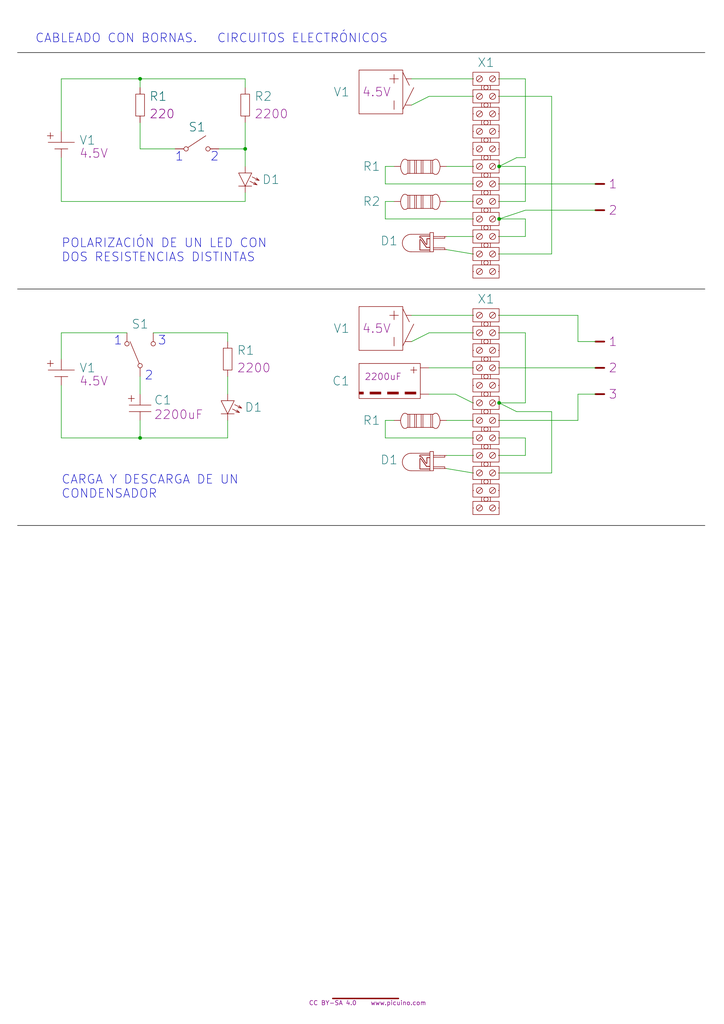
<source format=kicad_sch>
(kicad_sch (version 20211123) (generator eeschema)
  (paper "A4" portrait)
  (title_block (title "Circuitos eléctricos. Cableado con bornas.") (date "14/12/2018") (company "www.picuino.com") (comment 1 "Copyright (c) 2018 by Carlos Pardo") (comment 2 "License CC BY-SA 4.0"))
  (lib_symbols
    (symbol "electronic-bornas-electronic-rescue:CopyRight-simbolos" (pin_names (offset 1.016))
      (property "License" "Licencia CC BY-SA 4.0" (at 9.525 5.715 0))
      (property "Author" "Carlos Pardo" (at 7.62 3.81 0))
      (property "Date" "© 2018" (at -1.27 3.81 0))
      (property "Web" "www.picuino.com" (at 9.525 1.905 0))
      (symbol "CopyRight-simbolos_0_1"
        (polyline (pts (xy 0 0) (xy 19.05 0)) (stroke (width 0.4064)))
      )
    )
    (symbol "electronic-bornas-electronic-rescue:LED_pack_5mm-simbolos" (pin_names (offset 1.016))
      (property "Reference" "D" (at 5.08 7.62 0))
      (symbol "LED_pack_5mm-simbolos_0_1"
        (polyline (pts (xy -0.635 10.287) (xy -0.635 4.826)))
        (polyline (pts (xy 0 1.905) (xy 0 3.81)))
        (polyline (pts (xy 3.81 1.905) (xy 3.81 3.81)))
        (polyline (pts (xy 4.445 10.287) (xy 4.445 4.826)))
        (polyline (pts (xy 0 0.508) (xy 0.508 0.508) (xy 0.508 3.81)))
        (polyline (pts (xy 3.81 0.508) (xy 3.302 0.508) (xy 3.302 3.81)))
        (polyline (pts (xy -0.127 4.826) (xy -0.127 7.747) (xy 2.921 7.747) (xy 2.921 7.493) (xy 0.635 5.842) (xy 0.635 4.826)) (stroke (width 0.2032)))
        (polyline (pts (xy 4.445 4.826) (xy -0.635 4.826) (xy -0.635 3.81) (xy 4.953 3.81) (xy 4.953 4.826) (xy 4.445 4.826)))
        (polyline (pts (xy 3.937 4.826) (xy 3.937 7.747) (xy 3.429 7.747) (xy 3.429 7.239) (xy 1.524 5.969) (xy 1.524 5.715) (xy 3.175 5.715) (xy 3.175 4.826)) (stroke (width 0.2032)))
        (arc (start 4.445 10.287) (mid 1.905 12.827) (end -0.635 10.287))
      )
      (symbol "LED_pack_5mm-simbolos_1_1"
        (pin input line (at 0 0 90) (length 1.905) (name "") (number ""))
        (pin input line (at 3.81 0 90) (length 1.905) (name "") (number ""))
      )
    )
    (symbol "electronic-bornas-electronic-rescue:Pila-simbolos" (pin_names (offset 1.016))
      (property "Reference" "V" (at 5.08 -4.445 0))
      (symbol "Pila-simbolos_0_1"
        (polyline (pts (xy -4.064 -1.27) (xy -2.286 -1.27)))
        (polyline (pts (xy -3.81 -3.175) (xy 3.81 -3.175)))
        (polyline (pts (xy -3.175 -0.381) (xy -3.175 -2.159)))
        (polyline (pts (xy -1.905 -5.08) (xy 1.905 -5.08)))
      )
      (symbol "Pila-simbolos_1_1"
        (pin input line (at 0 -7.62 90) (length 2.54) (name "") (number ""))
        (pin input line (at 0 0 270) (length 3.175) (name "") (number ""))
      )
    )
    (symbol "electronic-bornas-electronic-rescue:borna_12x2-simbolos" (pin_names (offset 1.016))
      (property "Reference" "X" (at 3.81 3.81 0))
      (symbol "borna_12x2-simbolos_0_1"
        (rectangle (start 0 -53.975) (end 7.62 -57.785))
        (rectangle (start 0 -48.895) (end 7.62 -52.705))
        (rectangle (start 0 -43.815) (end 7.62 -47.625))
        (rectangle (start 0 -38.735) (end 7.62 -42.545))
        (rectangle (start 0 -33.655) (end 7.62 -37.465))
        (rectangle (start 0 -28.575) (end 7.62 -32.385))
        (rectangle (start 0 -23.495) (end 7.62 -27.305))
        (rectangle (start 0 -18.415) (end 7.62 -22.225))
        (rectangle (start 0 -13.335) (end 7.62 -17.145))
        (rectangle (start 0 -8.255) (end 7.62 -12.065))
        (rectangle (start 0 -3.175) (end 7.62 -6.985))
        (polyline (pts (xy 1.27 -56.515) (xy 2.54 -55.245)))
        (polyline (pts (xy 1.27 -51.435) (xy 2.54 -50.165)))
        (polyline (pts (xy 1.27 -46.355) (xy 2.54 -45.085)))
        (polyline (pts (xy 1.27 -41.275) (xy 2.54 -40.005)))
        (polyline (pts (xy 1.27 -36.195) (xy 2.54 -34.925)))
        (polyline (pts (xy 1.27 -31.115) (xy 2.54 -29.845)))
        (polyline (pts (xy 1.27 -26.035) (xy 2.54 -24.765)))
        (polyline (pts (xy 1.27 -20.955) (xy 2.54 -19.685)))
        (polyline (pts (xy 1.27 -15.875) (xy 2.54 -14.605)))
        (polyline (pts (xy 1.27 -10.795) (xy 2.54 -9.525)))
        (polyline (pts (xy 1.27 -5.715) (xy 2.54 -4.445)))
        (polyline (pts (xy 1.27 -0.635) (xy 2.54 0.635)))
        (polyline (pts (xy 2.54 -53.975) (xy 2.54 -52.705)))
        (polyline (pts (xy 2.54 -48.895) (xy 2.54 -47.625)))
        (polyline (pts (xy 2.54 -43.815) (xy 2.54 -42.545)))
        (polyline (pts (xy 2.54 -38.735) (xy 2.54 -37.465)))
        (polyline (pts (xy 2.54 -33.655) (xy 2.54 -32.385)))
        (polyline (pts (xy 2.54 -28.575) (xy 2.54 -27.305)))
        (polyline (pts (xy 2.54 -23.495) (xy 2.54 -22.225)))
        (polyline (pts (xy 2.54 -18.415) (xy 2.54 -17.145)))
        (polyline (pts (xy 2.54 -13.335) (xy 2.54 -12.065)))
        (polyline (pts (xy 2.54 -8.255) (xy 2.54 -6.985)))
        (polyline (pts (xy 2.54 -3.175) (xy 2.54 -1.905)))
        (polyline (pts (xy 5.08 -56.515) (xy 6.35 -55.245)))
        (polyline (pts (xy 5.08 -53.975) (xy 5.08 -52.705)))
        (polyline (pts (xy 5.08 -51.435) (xy 6.35 -50.165)))
        (polyline (pts (xy 5.08 -48.895) (xy 5.08 -47.625)))
        (polyline (pts (xy 5.08 -46.355) (xy 6.35 -45.085)))
        (polyline (pts (xy 5.08 -43.815) (xy 5.08 -42.545)))
        (polyline (pts (xy 5.08 -41.275) (xy 6.35 -40.005)))
        (polyline (pts (xy 5.08 -38.735) (xy 5.08 -37.465)))
        (polyline (pts (xy 5.08 -36.195) (xy 6.35 -34.925)))
        (polyline (pts (xy 5.08 -33.655) (xy 5.08 -32.385)))
        (polyline (pts (xy 5.08 -31.115) (xy 6.35 -29.845)))
        (polyline (pts (xy 5.08 -28.575) (xy 5.08 -27.305)))
        (polyline (pts (xy 5.08 -26.035) (xy 6.35 -24.765)))
        (polyline (pts (xy 5.08 -23.495) (xy 5.08 -22.225)))
        (polyline (pts (xy 5.08 -20.955) (xy 6.35 -19.685)))
        (polyline (pts (xy 5.08 -18.415) (xy 5.08 -17.145)))
        (polyline (pts (xy 5.08 -15.875) (xy 6.35 -14.605)))
        (polyline (pts (xy 5.08 -13.335) (xy 5.08 -12.065)))
        (polyline (pts (xy 5.08 -10.795) (xy 6.35 -9.525)))
        (polyline (pts (xy 5.08 -8.255) (xy 5.08 -6.985)))
        (polyline (pts (xy 5.08 -5.715) (xy 6.35 -4.445)))
        (polyline (pts (xy 5.08 -3.175) (xy 5.08 -1.905)))
        (polyline (pts (xy 5.08 -0.635) (xy 6.35 0.635)))
        (rectangle (start 0 1.905) (end 7.62 -1.905))
        (circle (center 1.905 -55.88) (radius 0.889))
        (circle (center 1.905 -50.8) (radius 0.889))
        (circle (center 1.905 -45.72) (radius 0.889))
        (circle (center 1.905 -40.64) (radius 0.889))
        (circle (center 1.905 -35.56) (radius 0.889))
        (circle (center 1.905 -30.48) (radius 0.889))
        (circle (center 1.905 -25.4) (radius 0.889))
        (circle (center 1.905 -20.32) (radius 0.889))
        (circle (center 1.905 -15.24) (radius 0.889))
        (circle (center 1.905 -10.16) (radius 0.889))
        (circle (center 1.905 -5.08) (radius 0.889))
        (circle (center 1.905 0) (radius 0.889))
        (circle (center 3.81 -53.34) (radius 0.635))
        (circle (center 3.81 -48.26) (radius 0.635))
        (circle (center 3.81 -43.18) (radius 0.635))
        (circle (center 3.81 -38.1) (radius 0.635))
        (circle (center 3.81 -33.02) (radius 0.635))
        (circle (center 3.81 -27.94) (radius 0.635))
        (circle (center 3.81 -22.86) (radius 0.635))
        (circle (center 3.81 -17.78) (radius 0.635))
        (circle (center 3.81 -12.7) (radius 0.635))
        (circle (center 3.81 -7.62) (radius 0.635))
        (circle (center 3.81 -2.54) (radius 0.635))
        (circle (center 5.715 -55.88) (radius 0.889))
        (circle (center 5.715 -50.8) (radius 0.889))
        (circle (center 5.715 -45.72) (radius 0.889))
        (circle (center 5.715 -40.64) (radius 0.889))
        (circle (center 5.715 -35.56) (radius 0.889))
        (circle (center 5.715 -30.48) (radius 0.889))
        (circle (center 5.715 -25.4) (radius 0.889))
        (circle (center 5.715 -20.32) (radius 0.889))
        (circle (center 5.715 -15.24) (radius 0.889))
        (circle (center 5.715 -10.16) (radius 0.889))
        (circle (center 5.715 -5.08) (radius 0.889))
        (circle (center 5.715 0) (radius 0.889))
      )
      (symbol "borna_12x2-simbolos_1_1"
        (pin input line (at 0 -55.88 0) (length 0.254) (name "") (number ""))
        (pin input line (at 0 -50.8 0) (length 0.254) (name "") (number ""))
        (pin input line (at 0 -45.72 0) (length 0.254) (name "") (number ""))
        (pin input line (at 0 -40.64 0) (length 0.254) (name "") (number ""))
        (pin input line (at 0 -35.56 0) (length 0.254) (name "") (number ""))
        (pin input line (at 0 -30.48 0) (length 0.254) (name "") (number ""))
        (pin input line (at 0 -25.4 0) (length 0.254) (name "") (number ""))
        (pin input line (at 0 -20.32 0) (length 0.254) (name "") (number ""))
        (pin input line (at 0 -15.24 0) (length 0.254) (name "") (number ""))
        (pin input line (at 0 -10.16 0) (length 0.254) (name "") (number ""))
        (pin input line (at 0 -5.08 0) (length 0.254) (name "") (number ""))
        (pin input line (at 0 0 0) (length 0.254) (name "") (number ""))
        (pin input line (at 7.62 -55.88 180) (length 0.254) (name "") (number ""))
        (pin input line (at 7.62 -50.8 180) (length 0.254) (name "") (number ""))
        (pin input line (at 7.62 -45.72 180) (length 0.254) (name "") (number ""))
        (pin input line (at 7.62 -40.64 180) (length 0.254) (name "") (number ""))
        (pin input line (at 7.62 -35.56 180) (length 0.254) (name "") (number ""))
        (pin input line (at 7.62 -30.48 180) (length 0.254) (name "") (number ""))
        (pin input line (at 7.62 -25.4 180) (length 0.254) (name "") (number ""))
        (pin input line (at 7.62 -20.32 180) (length 0.254) (name "") (number ""))
        (pin input line (at 7.62 -15.24 180) (length 0.254) (name "") (number ""))
        (pin input line (at 7.62 -10.16 180) (length 0.254) (name "") (number ""))
        (pin input line (at 7.62 -5.08 180) (length 0.254) (name "") (number ""))
        (pin input line (at 7.62 0 180) (length 0.254) (name "") (number ""))
      )
    )
    (symbol "electronic-bornas-electronic-rescue:cable-simbolos" (pin_names (offset 1.016))
      (symbol "cable-simbolos_0_1"
        (polyline (pts (xy 0 0) (xy 2.54 0)) (stroke (width 0.508)))
      )
      (symbol "cable-simbolos_1_1"
        (pin input line (at 0 0 0) (length 1.778) (name "") (number ""))
        (pin input line (at 2.54 0 180) (length 1.778) (name "") (number ""))
      )
    )
    (symbol "electronic-bornas-electronic-rescue:condensador_pack-simbolos" (pin_names (offset 1.016))
      (property "Reference" "C" (at 9.525 11.43 0))
      (symbol "condensador_pack-simbolos_0_1"
        (rectangle (start -1.27 2.54) (end 8.89 20.32))
        (polyline (pts (xy 0.635 5.334) (xy 0.635 3.556)))
        (polyline (pts (xy 1.524 4.445) (xy -0.254 4.445)))
        (rectangle (start 6.985 3.81) (end 7.62 6.985) (fill (type outline)))
        (rectangle (start 6.985 8.89) (end 7.62 12.065) (fill (type outline)))
        (rectangle (start 6.985 13.97) (end 7.62 17.145) (fill (type outline)))
        (rectangle (start 6.985 19.05) (end 7.62 20.32) (fill (type outline)))
      )
      (symbol "condensador_pack-simbolos_1_1"
        (pin input line (at 0 0 90) (length 2.54) (name "") (number ""))
        (pin input line (at 7.62 0 90) (length 2.54) (name "") (number ""))
      )
    )
    (symbol "electronic-bornas-electronic-rescue:condensador_pol-simbolos" (pin_names (offset 1.016))
      (property "Reference" "C" (at 3.81 -4.445 0))
      (symbol "condensador_pol-simbolos_0_1"
        (polyline (pts (xy -3.175 -3.175) (xy 3.175 -3.175)))
        (polyline (pts (xy -2.54 -0.381) (xy -2.54 -2.159)))
        (polyline (pts (xy -1.651 -1.27) (xy -3.429 -1.27)))
        (polyline (pts (xy 3.175 -5.08) (xy -3.175 -5.08)))
      )
      (symbol "condensador_pol-simbolos_1_1"
        (pin input line (at 0 -7.62 90) (length 2.54) (name "") (number ""))
        (pin input line (at 0 0 270) (length 3.175) (name "") (number ""))
      )
    )
    (symbol "electronic-bornas-electronic-rescue:diodo_led-simbolos" (pin_names (offset 1.016))
      (property "Reference" "D" (at 5.08 -3.81 0))
      (symbol "diodo_led-simbolos_0_1"
        (polyline (pts (xy 1.397 -4.318) (xy 3.429 -5.334)))
        (polyline (pts (xy 1.905 -5.715) (xy -1.905 -5.715)))
        (polyline (pts (xy 2.032 -3.048) (xy 4.064 -4.064)))
        (polyline (pts (xy 3.429 -5.334) (xy 2.3622 -5.1816)))
        (polyline (pts (xy 3.429 -5.334) (xy 2.667 -4.572)))
        (polyline (pts (xy 4.064 -4.064) (xy 2.9972 -3.9116)))
        (polyline (pts (xy 4.064 -4.064) (xy 3.302 -3.302)))
        (polyline (pts (xy 1.905 -1.905) (xy -1.905 -1.905) (xy 0 -5.715) (xy 1.905 -1.905)))
      )
      (symbol "diodo_led-simbolos_1_1"
        (pin input line (at 0 -7.62 90) (length 1.905) (name "") (number ""))
        (pin input line (at 0 0 270) (length 1.905) (name "") (number ""))
      )
    )
    (symbol "electronic-bornas-electronic-rescue:pila_petaca-simbolos" (pin_names (offset 1.016))
      (property "Reference" "V" (at 11.43 -8.89 0))
      (property "V" "4.5V" (at 3.81 -12.7 0))
      (symbol "pila_petaca-simbolos_0_1"
        (rectangle (start -2.54 -2.54) (end 10.16 -15.24))
        (polyline (pts (xy -1.27 -5.08) (xy 1.27 -5.08)))
        (polyline (pts (xy -1.27 -2.54) (xy 5.08 0.635)))
        (polyline (pts (xy 7.62 -3.81) (xy 7.62 -6.35)))
        (polyline (pts (xy 8.89 -5.08) (xy 6.35 -5.08)))
        (polyline (pts (xy 9.525 -2.54) (xy 5.715 -0.635)))
      )
      (symbol "pila_petaca-simbolos_1_1"
        (pin input line (at 0 0 270) (length 1.905) (name "") (number ""))
        (pin input line (at 7.62 0 270) (length 1.524) (name "") (number ""))
      )
    )
    (symbol "electronic-bornas-electronic-rescue:resistencia-simbolos" (pin_names (offset 1.016))
      (property "Reference" "R" (at 1.905 -5.08 0))
      (symbol "resistencia-simbolos_0_1"
        (rectangle (start -1.27 -1.905) (end 1.27 -8.255))
      )
      (symbol "resistencia-simbolos_1_1"
        (pin input line (at 0 -10.16 90) (length 1.905) (name "") (number ""))
        (pin input line (at 0 0 270) (length 1.905) (name "") (number ""))
      )
    )
    (symbol "electronic-bornas-electronic-rescue:resistencia_pack-simbolos" (pin_names (offset 1.016))
      (property "Reference" "R" (at 6.35 3.81 0))
      (property "R" "100" (at 6.985 3.81 0))
      (symbol "resistencia_pack-simbolos_0_1"
        (polyline (pts (xy 3.81 -2.032) (xy 11.43 -2.032)))
        (polyline (pts (xy 3.81 1.778) (xy 11.43 1.778)))
        (polyline (pts (xy 4.064 1.778) (xy 4.064 -2.032)))
        (polyline (pts (xy 4.572 1.778) (xy 4.572 -2.032)))
        (polyline (pts (xy 5.969 1.778) (xy 5.969 -2.032)))
        (polyline (pts (xy 6.477 1.778) (xy 6.477 -2.032)))
        (polyline (pts (xy 7.874 1.778) (xy 7.874 -2.032)))
        (polyline (pts (xy 8.382 1.778) (xy 8.382 -2.032)))
        (polyline (pts (xy 10.668 1.778) (xy 10.668 -2.032)))
        (polyline (pts (xy 11.176 1.778) (xy 11.176 -2.032)))
        (arc (start 2.54 -2.032) (mid 3.175 -2.3372) (end 3.81 -2.032))
        (arc (start 2.54 1.778) (mid 1.905 -0.127) (end 2.54 -2.032))
        (arc (start 3.81 1.778) (mid 3.175 2.0832) (end 2.54 1.778))
        (arc (start 11.43 -2.032) (mid 12.065 -2.3372) (end 12.7 -2.032))
        (arc (start 12.7 -2.032) (mid 13.335 -0.127) (end 12.7 1.778))
        (arc (start 12.7 1.778) (mid 12.065 2.0832) (end 11.43 1.778))
      )
      (symbol "resistencia_pack-simbolos_1_1"
        (pin input line (at 0 0 0) (length 1.905) (name "") (number ""))
        (pin input line (at 15.24 0 180) (length 1.905) (name "") (number ""))
      )
    )
    (symbol "electronic-bornas-electronic-rescue:selector-simbolos" (pin_names (offset 1.016))
      (property "Reference" "S" (at 4.445 3.175 0))
      (symbol "selector-simbolos_0_0"
        (circle (center 3.175 0) (radius 0.635))
        (circle (center 9.525 -3.81) (radius 0.635))
        (circle (center 9.525 3.81) (radius 0.635))
      )
      (symbol "selector-simbolos_0_1"
        (polyline (pts (xy 10.16 2.921) (xy 3.81 0.254)))
      )
      (symbol "selector-simbolos_1_1"
        (pin input line (at 0 0 0) (length 2.54) (name "") (number ""))
        (pin input line (at 12.7 -3.81 180) (length 2.54) (name "") (number ""))
        (pin input line (at 12.7 3.81 180) (length 2.54) (name "") (number ""))
      )
    )
    (symbol "electronic-bornas-electronic-rescue:switch-simbolos" (pin_names (offset 1.016))
      (property "Reference" "S" (at 4.445 3.175 0))
      (symbol "switch-simbolos_0_0"
        (polyline (pts (xy 8.89 3.81) (xy 3.683 0.381)))
        (circle (center 3.175 0) (radius 0.635))
        (circle (center 9.525 0) (radius 0.635))
      )
      (symbol "switch-simbolos_1_1"
        (pin input line (at 0 0 0) (length 2.54) (name "") (number ""))
        (pin input line (at 12.7 0 180) (length 2.54) (name "") (number ""))
      )
    )
  )
  (junction (at 40.64 127))
  (junction (at 40.64 22.86))
  (junction (at 71.12 43.18))
  (junction (at 144.78 116.84))
  (junction (at 144.78 63.5))
  (junction (at 144.78 48.26))
  (wire (pts (xy 40.64 35.56) (xy 40.64 43.18)))
  (wire (pts (xy 144.78 116.84) (xy 149.86 119.38)))
  (wire (pts (xy 160.02 27.94) (xy 144.78 27.94)))
  (wire (pts (xy 144.78 53.34) (xy 172.72 53.34)))
  (wire (pts (xy 152.4 127) (xy 152.4 132.08)))
  (wire (pts (xy 152.4 63.5) (xy 152.4 68.58)))
  (wire (pts (xy 66.04 109.22) (xy 66.04 114.3)))
  (wire (pts (xy 144.78 127) (xy 152.4 127)))
  (wire (pts (xy 111.76 121.92) (xy 114.3 121.92)))
  (wire (pts (xy 152.4 45.72) (xy 152.4 22.86)))
  (wire (pts (xy 167.64 91.44) (xy 167.64 99.06)))
  (wire (pts (xy 172.72 114.3) (xy 167.64 114.3)))
  (wire (pts (xy 137.16 53.34) (xy 111.76 53.34)))
  (wire (pts (xy 152.4 68.58) (xy 144.78 68.58)))
  (wire (pts (xy 17.78 22.86) (xy 40.64 22.86)))
  (wire (pts (xy 167.64 114.3) (xy 167.64 121.92)))
  (wire (pts (xy 71.12 43.18) (xy 71.12 48.26)))
  (wire (pts (xy 66.04 127) (xy 40.64 127)))
  (wire (pts (xy 144.78 48.26) (xy 149.86 45.72)))
  (wire (pts (xy 40.64 109.22) (xy 40.64 114.3)))
  (wire (pts (xy 149.86 45.72) (xy 152.4 45.72)))
  (polyline (pts (xy 5.08 83.82) (xy 204.47 83.82)) (stroke (width 0) (type solid) (color 0 0 0 1)))
  (wire (pts (xy 17.78 111.76) (xy 17.78 127)))
  (wire (pts (xy 40.64 22.86) (xy 71.12 22.86)))
  (wire (pts (xy 144.78 121.92) (xy 167.64 121.92)))
  (wire (pts (xy 144.78 106.68) (xy 172.72 106.68)))
  (wire (pts (xy 129.54 48.26) (xy 137.16 48.26)))
  (wire (pts (xy 111.76 48.26) (xy 114.3 48.26)))
  (wire (pts (xy 129.54 121.92) (xy 137.16 121.92)))
  (wire (pts (xy 40.64 25.4) (xy 40.64 22.86)))
  (wire (pts (xy 124.46 27.94) (xy 119.38 30.48)))
  (wire (pts (xy 71.12 55.88) (xy 71.12 58.42)))
  (wire (pts (xy 160.02 73.66) (xy 160.02 27.94)))
  (wire (pts (xy 167.64 99.06) (xy 172.72 99.06)))
  (wire (pts (xy 111.76 63.5) (xy 111.76 58.42)))
  (wire (pts (xy 119.38 91.44) (xy 137.16 91.44)))
  (wire (pts (xy 17.78 22.86) (xy 17.78 38.1)))
  (wire (pts (xy 144.78 63.5) (xy 152.4 63.5)))
  (wire (pts (xy 17.78 104.14) (xy 17.78 96.52)))
  (wire (pts (xy 149.86 119.38) (xy 160.02 119.38)))
  (wire (pts (xy 17.78 127) (xy 40.64 127)))
  (wire (pts (xy 111.76 58.42) (xy 114.3 58.42)))
  (wire (pts (xy 152.4 58.42) (xy 152.4 48.26)))
  (wire (pts (xy 152.4 60.96) (xy 172.72 60.96)))
  (wire (pts (xy 124.46 106.68) (xy 137.16 106.68)))
  (wire (pts (xy 63.5 43.18) (xy 71.12 43.18)))
  (wire (pts (xy 66.04 121.92) (xy 66.04 127)))
  (wire (pts (xy 17.78 58.42) (xy 71.12 58.42)))
  (wire (pts (xy 152.4 48.26) (xy 144.78 48.26)))
  (wire (pts (xy 160.02 137.16) (xy 144.78 137.16)))
  (wire (pts (xy 71.12 35.56) (xy 71.12 43.18)))
  (wire (pts (xy 144.78 91.44) (xy 167.64 91.44)))
  (wire (pts (xy 160.02 119.38) (xy 160.02 137.16)))
  (wire (pts (xy 137.16 137.16) (xy 129.54 135.89)))
  (wire (pts (xy 137.16 73.66) (xy 129.54 72.39)))
  (wire (pts (xy 152.4 132.08) (xy 144.78 132.08)))
  (wire (pts (xy 137.16 27.94) (xy 124.46 27.94)))
  (wire (pts (xy 124.46 96.52) (xy 119.38 99.06)))
  (wire (pts (xy 129.54 58.42) (xy 137.16 58.42)))
  (wire (pts (xy 129.54 132.08) (xy 137.16 132.08)))
  (wire (pts (xy 17.78 45.72) (xy 17.78 58.42)))
  (wire (pts (xy 111.76 127) (xy 111.76 121.92)))
  (wire (pts (xy 40.64 121.92) (xy 40.64 127)))
  (polyline (pts (xy 5.08 15.24) (xy 204.47 15.24)) (stroke (width 0) (type solid) (color 0 0 0 1)))
  (wire (pts (xy 137.16 96.52) (xy 124.46 96.52)))
  (wire (pts (xy 17.78 96.52) (xy 36.83 96.52)))
  (wire (pts (xy 137.16 63.5) (xy 111.76 63.5)))
  (wire (pts (xy 129.54 68.58) (xy 137.16 68.58)))
  (wire (pts (xy 152.4 96.52) (xy 144.78 96.52)))
  (wire (pts (xy 119.38 22.86) (xy 137.16 22.86)))
  (polyline (pts (xy 5.08 152.4) (xy 204.47 152.4)) (stroke (width 0) (type solid) (color 0 0 0 1)))
  (wire (pts (xy 132.08 114.3) (xy 137.16 116.84)))
  (wire (pts (xy 144.78 58.42) (xy 152.4 58.42)))
  (wire (pts (xy 144.78 116.84) (xy 152.4 116.84)))
  (wire (pts (xy 40.64 43.18) (xy 50.8 43.18)))
  (wire (pts (xy 144.78 63.5) (xy 152.4 60.96)))
  (wire (pts (xy 152.4 22.86) (xy 144.78 22.86)))
  (wire (pts (xy 44.45 96.52) (xy 66.04 96.52)))
  (wire (pts (xy 66.04 99.06) (xy 66.04 96.52)))
  (wire (pts (xy 137.16 127) (xy 111.76 127)))
  (wire (pts (xy 144.78 73.66) (xy 160.02 73.66)))
  (wire (pts (xy 111.76 53.34) (xy 111.76 48.26)))
  (wire (pts (xy 152.4 116.84) (xy 152.4 96.52)))
  (wire (pts (xy 124.46 114.3) (xy 132.08 114.3)))
  (wire (pts (xy 71.12 25.4) (xy 71.12 22.86)))
  (text "1" (at 35.56 100.33 180) (effects (font (size 2.54 2.54)) (justify right bottom)))
  (text "3" (at 45.72 100.33 0) (effects (font (size 2.54 2.54)) (justify left bottom)))
  (text "2" (at 60.96 46.99 0) (effects (font (size 2.54 2.54)) (justify left bottom)))
  (text "POLARIZACIÓN DE UN LED CON \nDOS RESISTENCIAS DISTINTAS\n" (at 17.78 76.2 0) (effects (font (size 2.54 2.54)) (justify left bottom)))
  (text "1" (at 53.34 46.99 180) (effects (font (size 2.54 2.54)) (justify right bottom)))
  (text "CARGA Y DESCARGA DE UN\nCONDENSADOR" (at 17.78 144.78 0) (effects (font (size 2.54 2.54)) (justify left bottom)))
  (text "CABLEADO CON BORNAS.   CIRCUITOS ELECTRÓNICOS" (at 10.16 12.7 0) (effects (font (size 2.54 2.54)) (justify left bottom)))
  (text "2" (at 41.91 110.49 0) (effects (font (size 2.54 2.54)) (justify left bottom)))
  (symbol (lib_id "electronic-bornas-electronic-rescue:CopyRight-simbolos") (at 96.52 289.56 0) (unit 1)
    (property "Reference" "CP1" (effects hide))
    (property "Value" "CopyRight" (effects hide))
    (property "License" "CC BY-SA 4.0" (at 96.52 290.83 0))
    (property "Web" "www.picuino.com" (at 115.57 290.83 0))
  )
  (symbol (lib_id "electronic-bornas-electronic-rescue:Pila-simbolos") (at 17.78 38.1 0) (unit 1)
    (property "Reference" "V1" (at 22.86 40.64 0) (effects (font (size 2.54 2.54)) (justify left)))
    (property "Value" "Pila" (effects hide))
    (property "V" "4.5V" (at 22.86 44.45 0) (effects (font (size 2.54 2.54)) (justify left)))
  )
  (symbol (lib_id "electronic-bornas-electronic-rescue:LED_pack_5mm-simbolos") (at 129.54 72.39 90) (unit 1)
    (property "Reference" "D1" (at 115.57 69.85 90) (effects (font (size 2.54 2.54)) (justify left)))
    (property "Value" "LED_pack_5mm" (effects hide))
  )
  (symbol (lib_id "electronic-bornas-electronic-rescue:pila_petaca-simbolos") (at 119.38 30.48 270) (mirror x) (unit 1)
    (property "Reference" "V1" (at 101.6 26.67 90) (effects (font (size 2.54 2.54)) (justify right)))
    (property "Value" "pila_petaca" (effects hide))
    (property "V" "4.5V" (at 109.22 26.67 90) (effects (font (size 2.54 2.54))))
  )
  (symbol (lib_id "electronic-bornas-electronic-rescue:borna_12x2-simbolos") (at 137.16 22.86 0) (unit 1)
    (property "Reference" "X1" (at 140.97 18.1356 0) (effects (font (size 2.54 2.54))))
    (property "Value" "borna_12x2" (effects hide))
  )
  (symbol (lib_id "electronic-bornas-electronic-rescue:diodo_led-simbolos") (at 71.12 48.26 0) (unit 1)
    (property "Reference" "D1" (at 75.8952 52.07 0) (effects (font (size 2.54 2.54)) (justify left)))
    (property "Value" "diodo_led" (effects hide))
  )
  (symbol (lib_id "electronic-bornas-electronic-rescue:resistencia-simbolos") (at 71.12 25.4 0) (unit 1)
    (property "Reference" "R2" (at 73.66 27.94 0) (effects (font (size 2.54 2.54)) (justify left)))
    (property "Value" "resistencia" (effects hide))
    (property "R" "2200" (at 73.66 33.02 0) (effects (font (size 2.54 2.54)) (justify left)))
  )
  (symbol (lib_id "electronic-bornas-electronic-rescue:switch-simbolos") (at 50.8 43.18 0) (unit 1)
    (property "Reference" "S1" (at 57.15 36.83 0) (effects (font (size 2.54 2.54))))
    (property "Value" "switch" (effects hide))
  )
  (symbol (lib_id "electronic-bornas-electronic-rescue:resistencia_pack-simbolos") (at 114.3 48.26 0) (unit 1)
    (property "Reference" "R1" (at 110.49 48.26 0) (effects (font (size 2.54 2.54)) (justify right)))
    (property "Value" "resistencia_pack" (effects hide))
    (property "R" "100" (effects hide))
  )
  (symbol (lib_id "electronic-bornas-electronic-rescue:resistencia_pack-simbolos") (at 114.3 58.42 0) (unit 1)
    (property "Reference" "R2" (at 110.49 58.42 0) (effects (font (size 2.54 2.54)) (justify right)))
    (property "Value" "resistencia_pack" (effects hide))
    (property "R" "100" (effects hide))
  )
  (symbol (lib_id "electronic-bornas-electronic-rescue:resistencia_pack-simbolos") (at 114.3 121.92 0) (unit 1)
    (property "Reference" "R1" (at 110.49 121.92 0) (effects (font (size 2.54 2.54)) (justify right)))
    (property "Value" "resistencia_pack" (effects hide))
    (property "R" "100" (effects hide))
  )
  (symbol (lib_id "electronic-bornas-electronic-rescue:resistencia-simbolos") (at 40.64 25.4 0) (unit 1)
    (property "Reference" "R1" (at 43.18 27.94 0) (effects (font (size 2.54 2.54)) (justify left)))
    (property "Value" "resistencia" (effects hide))
    (property "R" "220" (at 43.18 33.02 0) (effects (font (size 2.54 2.54)) (justify left)))
  )
  (symbol (lib_id "electronic-bornas-electronic-rescue:Pila-simbolos") (at 17.78 104.14 0) (unit 1)
    (property "Reference" "V1" (at 22.86 106.68 0) (effects (font (size 2.54 2.54)) (justify left)))
    (property "Value" "Pila" (effects hide))
    (property "V" "4.5V" (at 22.86 110.49 0) (effects (font (size 2.54 2.54)) (justify left)))
  )
  (symbol (lib_id "electronic-bornas-electronic-rescue:LED_pack_5mm-simbolos") (at 129.54 135.89 90) (unit 1)
    (property "Reference" "D1" (at 115.57 133.35 90) (effects (font (size 2.54 2.54)) (justify left)))
    (property "Value" "LED_pack_5mm" (effects hide))
  )
  (symbol (lib_id "electronic-bornas-electronic-rescue:pila_petaca-simbolos") (at 119.38 99.06 270) (mirror x) (unit 1)
    (property "Reference" "V1" (at 101.6 95.25 90) (effects (font (size 2.54 2.54)) (justify right)))
    (property "Value" "pila_petaca" (effects hide))
    (property "V" "4.5V" (at 109.22 95.25 90) (effects (font (size 2.54 2.54))))
  )
  (symbol (lib_id "electronic-bornas-electronic-rescue:borna_12x2-simbolos") (at 137.16 91.44 0) (unit 1)
    (property "Reference" "X1" (at 140.97 86.7156 0) (effects (font (size 2.54 2.54))))
    (property "Value" "borna_12x2" (effects hide))
  )
  (symbol (lib_id "electronic-bornas-electronic-rescue:diodo_led-simbolos") (at 66.04 114.3 0) (unit 1)
    (property "Reference" "D1" (at 70.8152 118.11 0) (effects (font (size 2.54 2.54)) (justify left)))
    (property "Value" "diodo_led" (effects hide))
  )
  (symbol (lib_id "electronic-bornas-electronic-rescue:resistencia-simbolos") (at 66.04 99.06 0) (unit 1)
    (property "Reference" "R1" (at 68.58 101.6 0) (effects (font (size 2.54 2.54)) (justify left)))
    (property "Value" "resistencia" (effects hide))
    (property "R" "2200" (at 68.58 106.68 0) (effects (font (size 2.54 2.54)) (justify left)))
  )
  (symbol (lib_id "electronic-bornas-electronic-rescue:selector-simbolos") (at 40.64 109.22 90) (unit 1)
    (property "Reference" "S1" (at 40.64 93.98 90) (effects (font (size 2.54 2.54))))
    (property "Value" "selector" (effects hide))
  )
  (symbol (lib_id "electronic-bornas-electronic-rescue:condensador_pol-simbolos") (at 40.64 114.3 0) (unit 1)
    (property "Reference" "C1" (at 44.5262 116.0018 0) (effects (font (size 2.54 2.54)) (justify left)))
    (property "Value" "condensador_pol" (effects hide))
    (property "C" "2200uF" (at 44.5262 120.2182 0) (effects (font (size 2.54 2.54)) (justify left)))
  )
  (symbol (lib_id "electronic-bornas-electronic-rescue:condensador_pack-simbolos") (at 124.46 106.68 90) (mirror x) (unit 1)
    (property "Reference" "C1" (at 101.6 110.49 90) (effects (font (size 2.54 2.54)) (justify left)))
    (property "Value" "condensador_pack" (effects hide))
    (property "C" "2200uF" (at 111.125 109.22 90) (effects (font (size 1.905 1.905))))
  )
  (symbol (lib_id "electronic-bornas-electronic-rescue:cable-simbolos") (at 172.72 53.34 0) (unit 1)
    (property "Reference" "L?" (effects hide))
    (property "Value" "cable" (effects hide))
    (property "cable" "1" (at 177.8 53.34 0) (effects (font (size 2.54 2.54))))
  )
  (symbol (lib_id "electronic-bornas-electronic-rescue:cable-simbolos") (at 172.72 60.96 0) (unit 1)
    (property "Reference" "L?" (effects hide))
    (property "Value" "cable" (effects hide))
    (property "cable" "2" (at 177.8 60.96 0) (effects (font (size 2.54 2.54))))
  )
  (symbol (lib_id "electronic-bornas-electronic-rescue:cable-simbolos") (at 172.72 99.06 0) (unit 1)
    (property "Reference" "L?" (effects hide))
    (property "Value" "cable" (effects hide))
    (property "cable" "1" (at 177.8 99.06 0) (effects (font (size 2.54 2.54))))
  )
  (symbol (lib_id "electronic-bornas-electronic-rescue:cable-simbolos") (at 172.72 106.68 0) (unit 1)
    (property "Reference" "L?" (effects hide))
    (property "Value" "cable" (effects hide))
    (property "cable" "2" (at 177.8 106.68 0) (effects (font (size 2.54 2.54))))
  )
  (symbol (lib_id "electronic-bornas-electronic-rescue:cable-simbolos") (at 172.72 114.3 0) (unit 1)
    (property "Reference" "L?" (effects hide))
    (property "Value" "cable" (effects hide))
    (property "cable" "3" (at 177.8 114.3 0) (effects (font (size 2.54 2.54))))
  )
  (sheet (at 218.44 29.21) (size 66.04 7.62)
    (property "Sheet name" "2" (at 218.44 27.8634 0) (effects (font (size 2.54 2.54)) (justify left bottom)))
    (property "Sheet file" "electronic-bornas-electronic-2.kicad_sch" (at 218.44 37.9226 0) (effects (font (size 2.54 2.54)) (justify left top)))
  )
)
</source>
